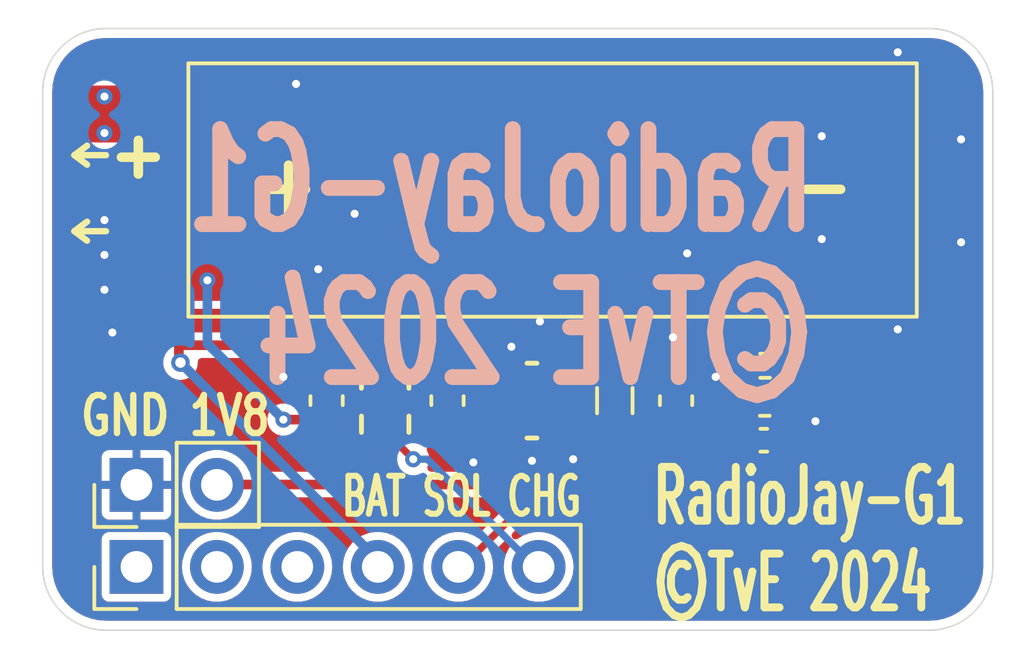
<source format=kicad_pcb>
(kicad_pcb (version 20240108) (generator "pcbnew") (generator_version "8.0")
  (layers (0 "F.Cu" signal) (31 "B.Cu" signal) (34 "B.Paste" user) (35 "F.Paste" user) (36 "B.SilkS" user "B.Silkscreen") (37 "F.SilkS" user "F.Silkscreen") (38 "B.Mask" user) (39 "F.Mask" user) (44 "Edge.Cuts" user))
  (net 0 "")
  (net 1 "GNDREF")
  (net 5 "/SOLAR3")
  (net 6 "+1V8")
  (net 7 "Net-(U1-SW)")
  (net 8 "/BAT_CHARGE")
  (net 9 "/SOLAR")
  (net 10 "/VBAT")
  (footprint "Connector_PinHeader_2.54mm:PinHeader_1x02_P2.54mm_Vertical" (layer "F.Cu") (at 53.96 30.66 90)
    (property "Reference" "J2" (hide yes))
    (property "Value" "Conn_01x02_Pin" (hide yes))
    (fp_line (start -1.33 -1.33) (end 0 -1.33) (stroke (width 0.12)) (layer "F.SilkS"))
    (fp_line (start -1.33 0) (end -1.33 -1.33) (stroke (width 0.12)) (layer "F.SilkS"))
    (fp_line (start 1.33 1.27) (end 1.33 3.87) (stroke (width 0.12)) (layer "F.SilkS"))
    (fp_line (start -1.33 1.27) (end 1.33 1.27) (stroke (width 0.12)) (layer "F.SilkS"))
    (fp_line (start -1.33 1.27) (end -1.33 3.87) (stroke (width 0.12)) (layer "F.SilkS"))
    (fp_line (start -1.33 3.87) (end 1.33 3.87) (stroke (width 0.12)) (layer "F.SilkS"))
    (pad "1" thru_hole rect (at 0 0 90) (size 1.7 1.7) (drill 1) (layers "*.Cu" "*.Mask") (net 1 "GNDREF"))
    (pad "2" thru_hole oval (at 0 2.54 90) (size 1.7 1.7) (drill 1) (layers "*.Cu" "*.Mask") (net 6 "+1V8"))
  )
  (footprint "Resistor_SMD:R_0402_1005Metric" (layer "F.Cu") (at 73.809999 26.9)
    (property "Reference" "R1" (hide yes))
    (property "Value" "5M")
    (fp_line (start -0.153641 -0.38) (end 0.153641 -0.38) (stroke (width 0.12)) (layer "F.SilkS"))
    (fp_line (start -0.153641 0.38) (end 0.153641 0.38) (stroke (width 0.12)) (layer "F.SilkS"))
    (pad "1" smd roundrect (at -0.509999 0) (size 0.54 0.64) (layers "F.Cu" "F.Paste" "F.Mask") (net 9 "/SOLAR"))
    (pad "2" smd roundrect (at 0.509999 0) (size 0.54 0.64) (layers "F.Cu" "F.Paste" "F.Mask") (net 5 "/SOLAR3"))
  )
  (footprint "Capacitor_SMD:C_0603_1608Metric" (layer "F.Cu") (at 63.78106 27.999999 -90)
    (property "Reference" "C1" (hide yes))
    (property "Value" "4.7uF")
    (fp_line (start -0.14058 0.51) (end 0.14058 0.51) (stroke (width 0.12)) (layer "F.SilkS"))
    (fp_line (start -0.14058 -0.51) (end 0.14058 -0.51) (stroke (width 0.12)) (layer "F.SilkS"))
    (pad "1" smd roundrect (at -0.775 0 270) (size 0.9 0.95) (layers "F.Cu" "F.Paste" "F.Mask") (net 10 "/VBAT"))
    (pad "2" smd roundrect (at 0.775 0 270) (size 0.9 0.95) (layers "F.Cu" "F.Paste" "F.Mask") (net 1 "GNDREF"))
  )
  (footprint "Capacitor_SMD:C_0603_1608Metric" (layer "F.Cu") (at 71 27.999999 90)
    (property "Reference" "C21" (hide yes))
    (property "Value" "4.7uF")
    (fp_line (start -0.14058 -0.51) (end 0.14058 -0.51) (stroke (width 0.12)) (layer "F.SilkS"))
    (fp_line (start -0.14058 0.51) (end 0.14058 0.51) (stroke (width 0.12)) (layer "F.SilkS"))
    (pad "1" smd roundrect (at -0.775 0 90) (size 0.9 0.95) (layers "F.Cu" "F.Paste" "F.Mask") (net 6 "+1V8"))
    (pad "2" smd roundrect (at 0.775 0 90) (size 0.9 0.95) (layers "F.Cu" "F.Paste" "F.Mask") (net 1 "GNDREF"))
  )
  (footprint "Capacitor_SMD:C_0603_1608Metric" (layer "F.Cu") (at 59.9646 27.999999 90)
    (property "Reference" "C2" (hide yes))
    (property "Value" "4.7uF")
    (fp_line (start -0.14058 -0.51) (end 0.14058 -0.51) (stroke (width 0.12)) (layer "F.SilkS"))
    (fp_line (start -0.14058 0.51) (end 0.14058 0.51) (stroke (width 0.12)) (layer "F.SilkS"))
    (pad "1" smd roundrect (at -0.775 0 90) (size 0.9 0.95) (layers "F.Cu" "F.Paste" "F.Mask") (net 9 "/SOLAR"))
    (pad "2" smd roundrect (at 0.775 0 90) (size 0.9 0.95) (layers "F.Cu" "F.Paste" "F.Mask") (net 1 "GNDREF"))
  )
  (footprint "Connector_PinHeader_2.54mm:PinHeader_1x06_P2.54mm_Vertical" (layer "F.Cu") (at 53.96 33.25 90)
    (property "Reference" "J1" (hide yes))
    (property "Value" "Conn_01x08_Pin" (hide yes))
    (fp_line (start -1.33 -1.33) (end 0 -1.33) (stroke (width 0.12)) (layer "F.SilkS"))
    (fp_line (start -1.33 0) (end -1.33 -1.33) (stroke (width 0.12)) (layer "F.SilkS"))
    (fp_line (start 1.33 1.27) (end 1.33 14.03) (stroke (width 0.12)) (layer "F.SilkS"))
    (fp_line (start -1.33 1.27) (end 1.33 1.27) (stroke (width 0.12)) (layer "F.SilkS"))
    (fp_line (start -1.33 1.27) (end -1.33 14.03) (stroke (width 0.12)) (layer "F.SilkS"))
    (fp_line (start -1.33 14.03) (end 1.33 14.03) (stroke (width 0.12)) (layer "F.SilkS"))
    (pad "1" thru_hole rect (at 0 0 90) (size 1.7 1.7) (drill 1) (layers "*.Cu" "*.Mask"))
    (pad "2" thru_hole oval (at 0 2.54 90) (size 1.7 1.7) (drill 1) (layers "*.Cu" "*.Mask"))
    (pad "3" thru_hole oval (at 0 5.08 90) (size 1.7 1.7) (drill 1) (layers "*.Cu" "*.Mask"))
    (pad "4" thru_hole oval (at 0 7.62 90) (size 1.7 1.7) (drill 1) (layers "*.Cu" "*.Mask") (net 10 "/VBAT"))
    (pad "5" thru_hole oval (at 0 10.16 90) (size 1.7 1.7) (drill 1) (layers "*.Cu" "*.Mask") (net 5 "/SOLAR3"))
    (pad "6" thru_hole oval (at 0 12.7 90) (size 1.7 1.7) (drill 1) (layers "*.Cu" "*.Mask") (net 8 "/BAT_CHARGE"))
  )
  (footprint "Resistor_SMD:R_0402_1005Metric" (layer "F.Cu") (at 73.8 28.1)
    (property "Reference" "R2" (hide yes))
    (property "Value" "2.5M")
    (fp_line (start -0.153641 -0.38) (end 0.153641 -0.38) (stroke (width 0.12)) (layer "F.SilkS"))
    (fp_line (start -0.153641 0.38) (end 0.153641 0.38) (stroke (width 0.12)) (layer "F.SilkS"))
    (pad "1" smd roundrect (at -0.51 0) (size 0.54 0.64) (layers "F.Cu" "F.Paste" "F.Mask") (net 5 "/SOLAR3"))
    (pad "2" smd roundrect (at 0.51 0) (size 0.54 0.64) (layers "F.Cu" "F.Paste" "F.Mask") (net 1 "GNDREF"))
  )
  (footprint "Capacitor_SMD:C_0402_1005Metric" (layer "F.Cu") (at 73.77 29.25)
    (property "Reference" "C3" (hide yes))
    (property "Value" "10nF")
    (fp_line (start -0.107836 -0.36) (end 0.107836 -0.36) (stroke (width 0.12)) (layer "F.SilkS"))
    (fp_line (start -0.107836 0.36) (end 0.107836 0.36) (stroke (width 0.12)) (layer "F.SilkS"))
    (pad "1" smd roundrect (at -0.48 0) (size 0.56 0.62) (layers "F.Cu" "F.Paste" "F.Mask") (net 5 "/SOLAR3"))
    (pad "2" smd roundrect (at 0.48 0) (size 0.56 0.62) (layers "F.Cu" "F.Paste" "F.Mask") (net 1 "GNDREF"))
  )
  (footprint "Inductor_SMD:L_0805_2012Metric" (layer "F.Cu") (at 69.06502 27.999999 90)
    (property "Reference" "L3" (hide yes))
    (property "Value" "10µH")
    (fp_line (start -0.399622 -0.56) (end 0.399622 -0.56) (stroke (width 0.12)) (layer "F.SilkS"))
    (fp_line (start -0.399622 0.56) (end 0.399622 0.56) (stroke (width 0.12)) (layer "F.SilkS"))
    (pad "1" smd roundrect (at -1.0625 0 90) (size 0.875 1.2) (layers "F.Cu" "F.Paste" "F.Mask") (net 7 "Net-(U1-SW)"))
    (pad "2" smd roundrect (at 1.0625 0 90) (size 0.875 1.2) (layers "F.Cu" "F.Paste" "F.Mask") (net 6 "+1V8"))
  )
  (footprint "Mostag:IXOLAR-23x8" (layer "F.Cu") (at 67.1 21.35)
    (property "Reference" "J3" (hide yes))
    (property "Value" "IXOLAR")
    (fp_line (start -11.5 -4) (end -11.5 4) (stroke (width 0.12)) (layer "F.SilkS"))
    (fp_line (start -11.5 4) (end 11.5 4) (stroke (width 0.12)) (layer "F.SilkS"))
    (fp_line (start 11.5 -4) (end -11.5 -4) (stroke (width 0.12)) (layer "F.SilkS"))
    (fp_line (start 11.5 4) (end 11.5 -4) (stroke (width 0.12)) (layer "F.SilkS"))
    (fp_text user "-" (at 7.5 1 0) (layer "F.SilkS") (effects (font (size 2 1.4) (thickness 0.3) (bold yes)) (justify left bottom)))
    (fp_text user "+" (at -9.4 1 0) (layer "F.SilkS") (effects (font (size 2 1.4) (thickness 0.3) (bold yes)) (justify left bottom)))
    (pad "1" smd roundrect (at -10.9 0) (size 2.5 7) (layers "F.Cu" "F.Paste" "F.Mask") (roundrect_rratio 0.2) (net 9 "/SOLAR"))
    (pad "2" smd roundrect (at 10.9 0) (size 2.5 7) (layers "F.Cu" "F.Paste" "F.Mask") (roundrect_rratio 0.2) (net 1 "GNDREF"))
  )
  (footprint "Mostag:LiPO-tabs-top-5mm" (layer "F.Cu") (at 53 21.45 -90)
    (property "Reference" "J5" (hide yes))
    (property "Value" "BAT")
    (fp_line (start -1.2 1) (end -1.5 0.6) (stroke (width 0.2)) (layer "F.SilkS"))
    (fp_line (start -1.2 1) (end -0.9 0.6) (stroke (width 0.2)) (layer "F.SilkS"))
    (fp_line (start 1.2 1) (end 0.9 0.6) (stroke (width 0.2)) (layer "F.SilkS"))
    (fp_line (start 1.2 1) (end 1.5 0.6) (stroke (width 0.2)) (layer "F.SilkS"))
    (fp_line (start -1.2 0) (end -1.2 1) (stroke (width 0.2)) (layer "F.SilkS"))
    (fp_line (start 1.2 0) (end 1.2 1) (stroke (width 0.2)) (layer "F.SilkS"))
    (fp_text user "+" (at -2.2 -0.3 -90) (layer "F.SilkS") (effects (font (size 1.4 1.4) (thickness 0.3) (bold yes)) (justify left bottom)))
    (pad "1" smd roundrect (at 2.5 0 270) (size 1.8 1.5) (layers "F.Cu" "F.Mask") (net 1 "GNDREF"))
    (pad "2" smd roundrect (at -2.5 0 270) (size 1.8 1.5) (layers "F.Cu" "F.Mask") (net 10 "/VBAT"))
  )
  (footprint "Mostag:DFN_NP3-T1GE4_VIS" (layer "F.Cu") (at 61.8146 28.049999 -90)
    (property "Reference" "U2" (hide yes))
    (property "Value" "SIP32431")
    (fp_line (start -0.9525 0.7493) (end -0.438753 0.7493) (stroke (width 0.1524)) (layer "F.SilkS"))
    (fp_line (start 0.438753 0.7493) (end 0.9525 0.7493) (stroke (width 0.1524)) (layer "F.SilkS"))
    (fp_line (start -0.438753 -0.7493) (end -0.9525 -0.7493) (stroke (width 0.1524)) (layer "F.SilkS"))
    (fp_line (start 0.9525 -0.7493) (end 0.438753 -0.7493) (stroke (width 0.1524)) (layer "F.SilkS"))
    (fp_circle (center -1.681226 -0.250063) (end -1.579626 -0.250063) (stroke (width 0.1524)) (fill none) (layer "F.SilkS"))
    (pad "1" smd rect (at -0.8001 -0.250063 270) (size 0.6604 0.254) (layers "F.Cu" "F.Paste" "F.Mask") (net 10 "/VBAT"))
    (pad "2" smd rect (at -0.8001 0.250063 270) (size 0.6604 0.254) (layers "F.Cu" "F.Paste" "F.Mask") (net 1 "GNDREF"))
    (pad "3" smd rect (at 0.8001 0.250063 270) (size 0.6604 0.254) (layers "F.Cu" "F.Paste" "F.Mask") (net 9 "/SOLAR"))
    (pad "4" smd rect (at 0.8001 -0.250063 270) (size 0.6604 0.254) (layers "F.Cu" "F.Paste" "F.Mask") (net 8 "/BAT_CHARGE"))
    (pad "5" smd rect (at 0 0 270) (size 0.5588 0.9144) (layers "F.Cu" "F.Paste" "F.Mask") (net 1 "GNDREF"))
  )
  (footprint "Mostag:VSON8_2P1X1P6_TEX" (layer "F.Cu") (at 66.44994 27.999999)
    (property "Reference" "U1" (hide yes))
    (property "Value" "TPS62840DLCR")
    (fp_line (start -0.157045 1.1811) (end 0.157045 1.1811) (stroke (width 0.1524)) (layer "F.SilkS"))
    (fp_line (start 0.157045 -1.1811) (end -0.157045 -1.1811) (stroke (width 0.1524)) (layer "F.SilkS"))
    (fp_arc (start -1.43764 -0.676171) (mid -1.5327 -0.75) (end -1.43764 -0.823829) (stroke (width 0.1524)) (layer "F.SilkS"))
    (pad "1" smd rect (at -0.6985 -0.750001) (size 0.8128 0.254) (layers "F.Cu" "F.Paste" "F.Mask") (net 1 "GNDREF"))
    (pad "2" smd rect (at -0.6985 -0.25) (size 0.8128 0.254) (layers "F.Cu" "F.Paste" "F.Mask") (net 10 "/VBAT"))
    (pad "3" smd rect (at -0.6985 0.25) (size 0.8128 0.254) (layers "F.Cu" "F.Paste" "F.Mask") (net 1 "GNDREF"))
    (pad "4" smd rect (at -0.6985 0.750001) (size 0.8128 0.254) (layers "F.Cu" "F.Paste" "F.Mask") (net 10 "/VBAT"))
    (pad "5" smd rect (at 0.6985 0.750001) (size 0.8128 0.254) (layers "F.Cu" "F.Paste" "F.Mask") (net 1 "GNDREF"))
    (pad "6" smd rect (at 0.6985 0.25) (size 0.8128 0.254) (layers "F.Cu" "F.Paste" "F.Mask") (net 1 "GNDREF"))
    (pad "7" smd rect (at 0.6985 -0.25) (size 0.8128 0.254) (layers "F.Cu" "F.Paste" "F.Mask") (net 7 "Net-(U1-SW)"))
    (pad "8" smd rect (at 0.6985 -0.750001) (size 0.8128 0.254) (layers "F.Cu" "F.Paste" "F.Mask") (net 6 "+1V8"))
  )
  (gr_line (start 79 16.25) (end 53 16.25) (stroke (width 0.05)) (layer "Edge.Cuts"))
  (gr_arc (start 51 18.25) (mid 51.585786 16.835786) (end 53 16.25) (stroke (width 0.05)) (layer "Edge.Cuts"))
  (gr_line (start 53 35.25) (end 79 35.25) (stroke (width 0.05)) (layer "Edge.Cuts"))
  (gr_line (start 51 18.25) (end 51 33.25) (stroke (width 0.05)) (layer "Edge.Cuts"))
  (gr_arc (start 79 16.25) (mid 80.414214 16.835786) (end 81 18.25) (stroke (width 0.05)) (layer "Edge.Cuts"))
  (gr_arc (start 53 35.25) (mid 51.585786 34.664214) (end 51 33.25) (stroke (width 0.05)) (layer "Edge.Cuts"))
  (gr_arc (start 81 33.25) (mid 80.414214 34.664214) (end 79 35.25) (stroke (width 0.05)) (layer "Edge.Cuts"))
  (gr_line (start 81 33.25) (end 81 18.25) (stroke (width 0.05)) (layer "Edge.Cuts"))
  (gr_text "RadioJay-G1\n©TvE 2024" (at 75.6 27.65 0) (layer "B.SilkS") (effects (font (size 3 2) (thickness 0.5) (bold yes)) (justify left bottom mirror)))
  (gr_text "BAT SOL CHG" (at 60.35 31.73 0) (layer "F.SilkS") (effects (font (size 1.2 0.75) (thickness 0.1875) (bold yes)) (justify left bottom)))
  (gr_text "GND 1V8" (at 52.1 29.18 0) (layer "F.SilkS") (effects (font (size 1.2 0.9) (thickness 0.2) (bold yes)) (justify left bottom)))
  (gr_text "RadioJay-G1\n©TvE 2024" (at 70.15 34.75 0) (layer "F.SilkS") (effects (font (size 1.7 1) (thickness 0.25) (bold yes)) (justify left bottom)))
  (segment (start 61.564537 27.249899) (end 61.564537 27.964537) (width 0.2286) (layer "F.Cu") (net 1))
  (segment (start 74.31 29.21) (end 74.35 29.25) (width 0.2286) (layer "F.Cu") (net 1))
  (segment (start 61.564537 27.964537) (end 61.6 28) (width 0.2286) (layer "F.Cu") (net 1))
  (segment (start 61.8146 28.049999) (end 63.099999 28.049999) (width 0.2286) (layer "F.Cu") (net 1))
  (segment (start 66.45 29.11824) (end 66.45 28.55) (width 0.2286) (layer "F.Cu") (net 1))
  (segment (start 64.3 29.25) (end 66.31824 29.25) (width 0.2286) (layer "F.Cu") (net 1))
  (segment (start 70.687499 26.937499) (end 71 27.25) (width 0.2286) (layer "F.Cu") (net 1))
  (segment (start 66.45 28.55) (end 66.45 28.249999) (width 0.2286) (layer "F.Cu") (net 1))
  (segment (start 66.45 28.249999) (end 67.149999 28.249999) (width 0.2286) (layer "F.Cu") (net 1))
  (segment (start 71 27.224999) (end 69.775001 26) (width 0.2286) (layer "F.Cu") (net 1))
  (segment (start 60.049899 27.249899) (end 60 27.2) (width 0.2286) (layer "F.Cu") (net 1))
  (segment (start 66.65 28.75) (end 66.45 28.55) (width 0.2286) (layer "F.Cu") (net 1))
  (segment (start 61.564537 27.249899) (end 60.049899 27.249899) (width 0.2286) (layer "F.Cu") (net 1))
  (segment (start 65.75144 28.249999) (end 66.45 28.249999) (width 0.2286) (layer "F.Cu") (net 1))
  (segment (start 69.775001 26) (end 67.25 26) (width 0.2286) (layer "F.Cu") (net 1))
  (segment (start 66.45 28.249999) (end 66.45 27.381759) (width 0.2286) (layer "F.Cu") (net 1))
  (segment (start 67.149999 28.249999) (end 67.15 28.25) (width 0.2286) (layer "F.Cu") (net 1))
  (segment (start 66.31824 29.25) (end 66.45 29.11824) (width 0.2286) (layer "F.Cu") (net 1))
  (segment (start 67.25 26) (end 66.45 26.8) (width 0.2286) (layer "F.Cu") (net 1))
  (segment (start 74.31 28.1) (end 74.31 29.21) (width 0.2286) (layer "F.Cu") (net 1))
  (segment (start 66.318241 27.25) (end 65.75 27.25) (width 0.2286) (layer "F.Cu") (net 1))
  (segment (start 66.45 26.8) (end 66.45 27.381759) (width 0.2286) (layer "F.Cu") (net 1))
  (segment (start 67.14844 28.75) (end 66.65 28.75) (width 0.2286) (layer "F.Cu") (net 1))
  (segment (start 66.45 27.381759) (end 66.318241 27.25) (width 0.2286) (layer "F.Cu") (net 1))
  (segment (start 63.099999 28.049999) (end 64.3 29.25) (width 0.2286) (layer "F.Cu") (net 1))
  (via (at 66.7 25.5) (size 0.508) (drill 0.254) (layers "F.Cu" "B.Cu") (net 1))
  (via (at 78 17) (size 0.508) (drill 0.254) (layers "F.Cu" "B.Cu") (net 1))
  (via (at 78 25.75) (size 0.508) (drill 0.254) (layers "F.Cu" "B.Cu") (net 1))
  (via (at 67.75 29.85) (size 0.508) (drill 0.254) (layers "F.Cu" "B.Cu") (net 1))
  (via (at 75.4 28.65) (size 0.508) (drill 0.254) (layers "F.Cu" "B.Cu") (net 1))
  (via (at 52.95 22.3) (size 0.508) (drill 0.254) (layers "F.Cu" "B.Cu") (net 1))
  (via (at 53.2 25.85) (size 0.508) (drill 0.254) (layers "F.Cu" "B.Cu") (net 1))
  (via (at 80 19.75) (size 0.508) (drill 0.254) (layers "F.Cu" "B.Cu") (net 1))
  (via (at 75.6 22.9) (size 0.508) (drill 0.254) (layers "F.Cu" "B.Cu") (net 1))
  (via (at 75.6 19.65) (size 0.508) (drill 0.254) (layers "F.Cu" "B.Cu") (net 1))
  (via (at 70.9 26) (size 0.508) (drill 0.254) (layers "F.Cu" "B.Cu") (net 1))
  (via (at 59 18) (size 0.508) (drill 0.254) (layers "F.Cu" "B.Cu") (net 1))
  (via (at 60.85 22.1) (size 0.508) (drill 0.254) (layers "F.Cu" "B.Cu") (net 1))
  (via (at 71.35 23.35) (size 0.508) (drill 0.254) (layers "F.Cu" "B.Cu") (net 1))
  (via (at 66.45 29.9) (size 0.508) (drill 0.254) (layers "F.Cu" "B.Cu") (net 1))
  (via (at 80 23) (size 0.508) (drill 0.254) (layers "F.Cu" "B.Cu") (net 1))
  (via (at 65.8 26.3) (size 0.508) (drill 0.254) (layers "F.Cu" "B.Cu") (net 1))
  (via (at 52.95 24.5) (size 0.508) (drill 0.254) (layers "F.Cu" "B.Cu") (net 1))
  (via (at 59.7 23.85) (size 0.508) (drill 0.254) (layers "F.Cu" "B.Cu") (net 1))
  (via (at 72.25 27.25) (size 0.508) (drill 0.254) (layers "F.Cu" "B.Cu") (net 1))
  (via (at 64.6 29.95) (size 0.508) (drill 0.254) (layers "F.Cu" "B.Cu") (net 1))
  (via (at 52.95 23.4) (size 0.508) (drill 0.254) (layers "F.Cu" "B.Cu") (net 1))
  (via (at 58.6 27.25) (size 0.508) (drill 0.254) (layers "F.Cu" "B.Cu") (net 1))
  (segment (start 71.4 31.15) (end 66.35 31.15) (width 0.2286) (layer "F.Cu") (net 5))
  (segment (start 74.319998 26.9) (end 74.319998 27.080002) (width 0.2286) (layer "F.Cu") (net 5))
  (segment (start 74.319998 27.080002) (end 73.3 28.1) (width 0.2286) (layer "F.Cu") (net 5))
  (segment (start 66.35 31.15) (end 64.2 33.3) (width 0.2286) (layer "F.Cu") (net 5))
  (segment (start 73.3 28.1) (end 73.3 29.25) (width 0.2286) (layer "F.Cu") (net 5))
  (segment (start 73.3 29.25) (end 71.4 31.15) (width 0.2286) (layer "F.Cu") (net 5))
  (segment (start 67.14844 27.249998) (end 68.750002 27.249998) (width 0.2286) (layer "F.Cu") (net 6))
  (segment (start 68.750002 27.249998) (end 69.05 26.95) (width 0.2286) (layer "F.Cu") (net 6))
  (segment (start 69.137499 26.937499) (end 71.175 28.975) (width 0.3048) (layer "F.Cu") (net 6))
  (segment (start 69.5 30.65) (end 56.5 30.65) (width 0.3048) (layer "F.Cu") (net 6))
  (segment (start 71.175 28.975) (end 69.5 30.65) (width 0.3048) (layer "F.Cu") (net 6))
  (segment (start 69.06502 26.937499) (end 69.137499 26.937499) (width 0.3048) (layer "F.Cu") (net 6))
  (segment (start 69.033441 29) (end 69.05 29) (width 0.2286) (layer "F.Cu") (net 7))
  (segment (start 67.14844 27.749999) (end 67.78344 27.749999) (width 0.2286) (layer "F.Cu") (net 7))
  (segment (start 67.78344 27.749999) (end 69.033441 29) (width 0.2286) (layer "F.Cu") (net 7))
  (segment (start 62.064663 29.214663) (end 62.7 29.85) (width 0.2286) (layer "F.Cu") (net 8))
  (segment (start 62.064663 28.850099) (end 62.064663 29.214663) (width 0.2286) (layer "F.Cu") (net 8))
  (via (at 62.7 29.85) (size 0.508) (drill 0.254) (layers "F.Cu" "B.Cu") (net 8))
  (segment (start 62.7 29.85) (end 63.15 29.85) (width 0.2286) (layer "B.Cu") (net 8))
  (segment (start 63.15 29.85) (end 66.55 33.25) (width 0.2286) (layer "B.Cu") (net 8))
  (segment (start 61.474999 28.774999) (end 61.55 28.85) (width 0.3048) (layer "F.Cu") (net 9))
  (segment (start 58.6 28.6) (end 59.75 28.6) (width 0.3048) (layer "F.Cu") (net 9))
  (segment (start 56.2 21.35) (end 57.8 22.95) (width 0.3048) (layer "F.Cu") (net 9))
  (segment (start 56.2 21.35) (end 56.2 24.2) (width 0.3048) (layer "F.Cu") (net 9))
  (segment (start 57.8 22.95) (end 69.3 22.95) (width 0.3048) (layer "F.Cu") (net 9))
  (segment (start 59.9646 28.774999) (end 61.474999 28.774999) (width 0.3048) (layer "F.Cu") (net 9))
  (segment (start 69.3 22.95) (end 73.25 26.9) (width 0.3048) (layer "F.Cu") (net 9))
  (segment (start 59.75 28.6) (end 59.95 28.8) (width 0.3048) (layer "F.Cu") (net 9))
  (via (at 58.6 28.6) (size 0.508) (drill 0.254) (layers "F.Cu" "B.Cu") (net 9))
  (via (at 56.2 24.2) (size 0.508) (drill 0.254) (layers "F.Cu" "B.Cu") (net 9))
  (segment (start 56.2 24.2) (end 56.2 26.2) (width 0.3048) (layer "B.Cu") (net 9))
  (segment (start 56.2 26.2) (end 58.6 28.6) (width 0.3048) (layer "B.Cu") (net 9))
  (segment (start 55.3 26.25) (end 55.3 26.75) (width 0.3048) (layer "F.Cu") (net 10))
  (segment (start 55.3 26.75) (end 55.35 26.8) (width 0.3048) (layer "F.Cu") (net 10))
  (segment (start 62.1 26.6) (end 62.1 27.1) (width 0.3048) (layer "F.Cu") (net 10))
  (segment (start 64.299999 27.749999) (end 64.95 27.749999) (width 0.2286) (layer "F.Cu") (net 10))
  (segment (start 63.800002 27.249998) (end 63.8 27.25) (width 0.2286) (layer "F.Cu") (net 10))
  (segment (start 62.064663 27.249899) (end 63.799899 27.249899) (width 0.2286) (layer "F.Cu") (net 10))
  (segment (start 61.75 26.25) (end 62.1 26.6) (width 0.3048) (layer "F.Cu") (net 10))
  (segment (start 54.35 25.3) (end 55.3 26.25) (width 0.3048) (layer "F.Cu") (net 10))
  (segment (start 54.35 20.3) (end 54.35 25.3) (width 0.3048) (layer "F.Cu") (net 10))
  (segment (start 53 18.95) (end 54.35 20.3) (width 0.3048) (layer "F.Cu") (net 10))
  (segment (start 64.95 28.58356) (end 64.95 27.749999) (width 0.2286) (layer "F.Cu") (net 10))
  (segment (start 65.11644 28.75) (end 64.95 28.58356) (width 0.2286) (layer "F.Cu") (net 10))
  (segment (start 63.799899 27.249899) (end 64.299999 27.749999) (width 0.2286) (layer "F.Cu") (net 10))
  (segment (start 64.95 27.749999) (end 65.75144 27.749999) (width 0.2286) (layer "F.Cu") (net 10))
  (segment (start 55.3 26.25) (end 61.75 26.25) (width 0.3048) (layer "F.Cu") (net 10))
  (segment (start 65.75144 28.75) (end 65.11644 28.75) (width 0.2286) (layer "F.Cu") (net 10))
  (via (at 52.95 18.4) (size 0.508) (drill 0.254) (layers "F.Cu" "B.Cu") (net 10))
  (via (at 52.95 19.55) (size 0.508) (drill 0.254) (layers "F.Cu" "B.Cu") (net 10))
  (via (at 55.35 26.8) (size 0.5842) (drill 0.3302) (layers "F.Cu" "B.Cu") (net 10))
  (segment (start 55.35 26.8) (end 61.55 33) (width 0.3048) (layer "B.Cu") (net 10))
  (segment (start 61.55 33) (end 61.55 33.2) (width 0.3048) (layer "B.Cu") (net 10))
  (zone (net 1) (net_name "GNDREF") (layers "F&B.Cu") (connect_pads (clearance 0.25)) (min_thickness 0.25) (fill yes (thermal_gap 0.25) (thermal_bridge_width 0.25))
    (polygon (pts (xy 50.35 15.75) (xy 50.15 35.85) (xy 82 35.75) (xy 82 15.35)))
  )
)
</source>
